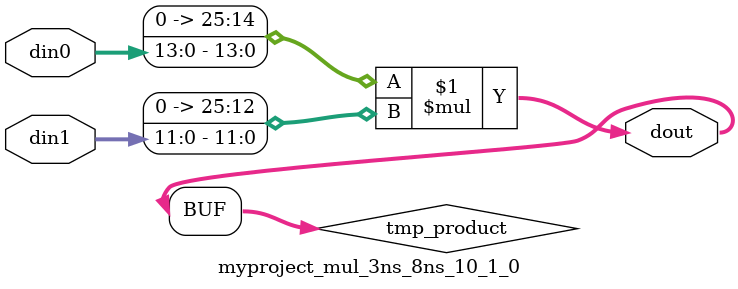
<source format=v>

`timescale 1 ns / 1 ps

  module myproject_mul_3ns_8ns_10_1_0(din0, din1, dout);
parameter ID = 1;
parameter NUM_STAGE = 0;
parameter din0_WIDTH = 14;
parameter din1_WIDTH = 12;
parameter dout_WIDTH = 26;

input [din0_WIDTH - 1 : 0] din0; 
input [din1_WIDTH - 1 : 0] din1; 
output [dout_WIDTH - 1 : 0] dout;

wire signed [dout_WIDTH - 1 : 0] tmp_product;










assign tmp_product = $signed({1'b0, din0}) * $signed({1'b0, din1});











assign dout = tmp_product;







endmodule

</source>
